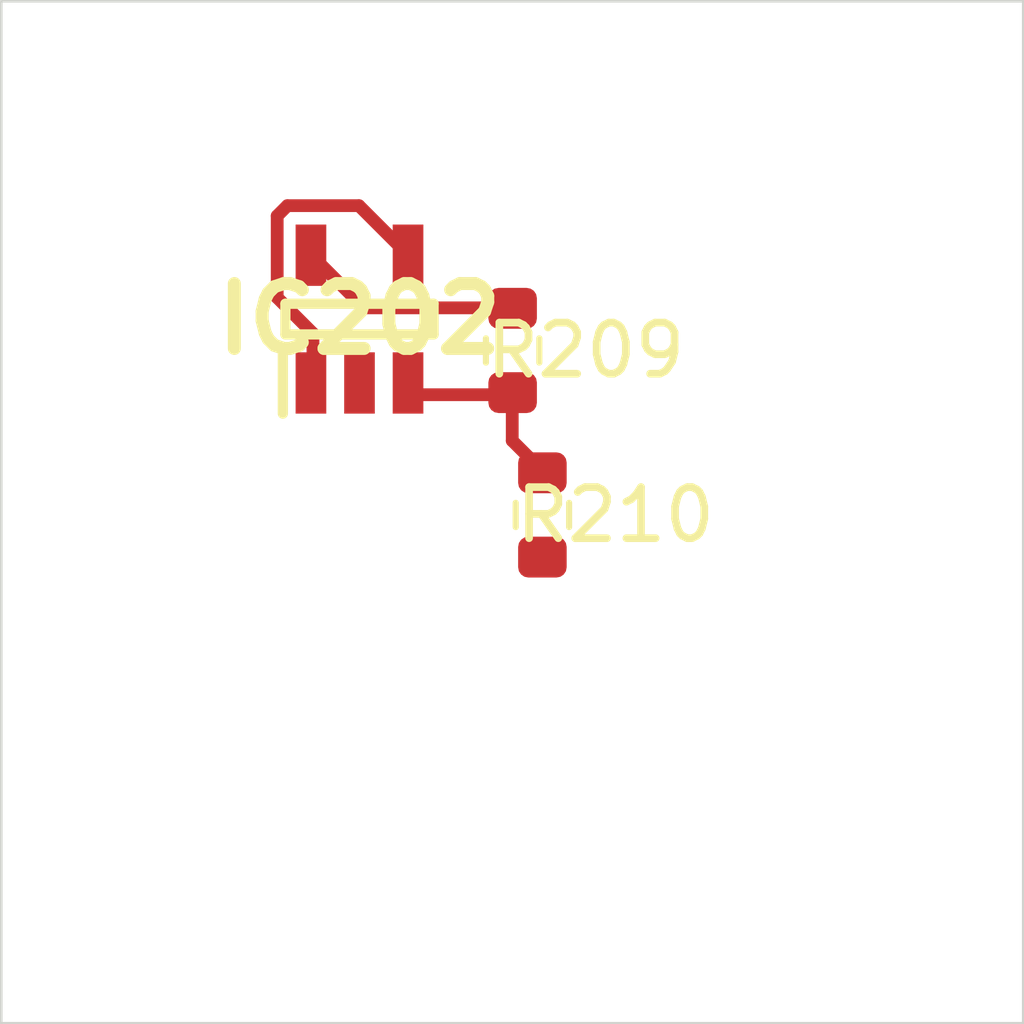
<source format=kicad_pcb>
 ( kicad_pcb  ( version 20171130 )
 ( host pcbnew 5.1.12-84ad8e8a86~92~ubuntu18.04.1 )
 ( general  ( thickness 1.6 )
 ( drawings 4 )
 ( tracks 0 )
 ( zones 0 )
 ( modules 3 )
 ( nets 5 )
)
 ( page A4 )
 ( layers  ( 0 F.Cu signal )
 ( 31 B.Cu signal )
 ( 32 B.Adhes user )
 ( 33 F.Adhes user )
 ( 34 B.Paste user )
 ( 35 F.Paste user )
 ( 36 B.SilkS user )
 ( 37 F.SilkS user )
 ( 38 B.Mask user )
 ( 39 F.Mask user )
 ( 40 Dwgs.User user )
 ( 41 Cmts.User user )
 ( 42 Eco1.User user )
 ( 43 Eco2.User user )
 ( 44 Edge.Cuts user )
 ( 45 Margin user )
 ( 46 B.CrtYd user )
 ( 47 F.CrtYd user )
 ( 48 B.Fab user )
 ( 49 F.Fab user )
)
 ( setup  ( last_trace_width 0.25 )
 ( trace_clearance 0.2 )
 ( zone_clearance 0.508 )
 ( zone_45_only no )
 ( trace_min 0.2 )
 ( via_size 0.8 )
 ( via_drill 0.4 )
 ( via_min_size 0.4 )
 ( via_min_drill 0.3 )
 ( uvia_size 0.3 )
 ( uvia_drill 0.1 )
 ( uvias_allowed no )
 ( uvia_min_size 0.2 )
 ( uvia_min_drill 0.1 )
 ( edge_width 0.05 )
 ( segment_width 0.2 )
 ( pcb_text_width 0.3 )
 ( pcb_text_size 1.5 1.5 )
 ( mod_edge_width 0.12 )
 ( mod_text_size 1 1 )
 ( mod_text_width 0.15 )
 ( pad_size 1.524 1.524 )
 ( pad_drill 0.762 )
 ( pad_to_mask_clearance 0 )
 ( aux_axis_origin 0 0 )
 ( visible_elements FFFFFF7F )
 ( pcbplotparams  ( layerselection 0x010fc_ffffffff )
 ( usegerberextensions false )
 ( usegerberattributes true )
 ( usegerberadvancedattributes true )
 ( creategerberjobfile true )
 ( excludeedgelayer true )
 ( linewidth 0.100000 )
 ( plotframeref false )
 ( viasonmask false )
 ( mode 1 )
 ( useauxorigin false )
 ( hpglpennumber 1 )
 ( hpglpenspeed 20 )
 ( hpglpendiameter 15.000000 )
 ( psnegative false )
 ( psa4output false )
 ( plotreference true )
 ( plotvalue true )
 ( plotinvisibletext false )
 ( padsonsilk false )
 ( subtractmaskfromsilk false )
 ( outputformat 1 )
 ( mirror false )
 ( drillshape 1 )
 ( scaleselection 1 )
 ( outputdirectory "" )
)
)
 ( net 0 "" )
 ( net 1 GND )
 ( net 2 VDDA )
 ( net 3 /Sheet6235D886/vp )
 ( net 4 "Net-(IC202-Pad3)" )
 ( net_class Default "This is the default net class."  ( clearance 0.2 )
 ( trace_width 0.25 )
 ( via_dia 0.8 )
 ( via_drill 0.4 )
 ( uvia_dia 0.3 )
 ( uvia_drill 0.1 )
 ( add_net /Sheet6235D886/vp )
 ( add_net GND )
 ( add_net "Net-(IC202-Pad3)" )
 ( add_net VDDA )
)
 ( module SOT95P280X145-5N locked  ( layer F.Cu )
 ( tedit 62336ED7 )
 ( tstamp 623423ED )
 ( at 87.010600 106.220000 90.000000 )
 ( descr DBV0005A )
 ( tags "Integrated Circuit" )
 ( path /6235D887/6266C08E )
 ( attr smd )
 ( fp_text reference IC202  ( at 0 0 )
 ( layer F.SilkS )
 ( effects  ( font  ( size 1.27 1.27 )
 ( thickness 0.254 )
)
)
)
 ( fp_text value TL071HIDBVR  ( at 0 0 )
 ( layer F.SilkS )
hide  ( effects  ( font  ( size 1.27 1.27 )
 ( thickness 0.254 )
)
)
)
 ( fp_line  ( start -1.85 -1.5 )
 ( end -0.65 -1.5 )
 ( layer F.SilkS )
 ( width 0.2 )
)
 ( fp_line  ( start -0.3 1.45 )
 ( end -0.3 -1.45 )
 ( layer F.SilkS )
 ( width 0.2 )
)
 ( fp_line  ( start 0.3 1.45 )
 ( end -0.3 1.45 )
 ( layer F.SilkS )
 ( width 0.2 )
)
 ( fp_line  ( start 0.3 -1.45 )
 ( end 0.3 1.45 )
 ( layer F.SilkS )
 ( width 0.2 )
)
 ( fp_line  ( start -0.3 -1.45 )
 ( end 0.3 -1.45 )
 ( layer F.SilkS )
 ( width 0.2 )
)
 ( fp_line  ( start -0.8 -0.5 )
 ( end 0.15 -1.45 )
 ( layer Dwgs.User )
 ( width 0.1 )
)
 ( fp_line  ( start -0.8 1.45 )
 ( end -0.8 -1.45 )
 ( layer Dwgs.User )
 ( width 0.1 )
)
 ( fp_line  ( start 0.8 1.45 )
 ( end -0.8 1.45 )
 ( layer Dwgs.User )
 ( width 0.1 )
)
 ( fp_line  ( start 0.8 -1.45 )
 ( end 0.8 1.45 )
 ( layer Dwgs.User )
 ( width 0.1 )
)
 ( fp_line  ( start -0.8 -1.45 )
 ( end 0.8 -1.45 )
 ( layer Dwgs.User )
 ( width 0.1 )
)
 ( fp_line  ( start -2.1 1.775 )
 ( end -2.1 -1.775 )
 ( layer Dwgs.User )
 ( width 0.05 )
)
 ( fp_line  ( start 2.1 1.775 )
 ( end -2.1 1.775 )
 ( layer Dwgs.User )
 ( width 0.05 )
)
 ( fp_line  ( start 2.1 -1.775 )
 ( end 2.1 1.775 )
 ( layer Dwgs.User )
 ( width 0.05 )
)
 ( fp_line  ( start -2.1 -1.775 )
 ( end 2.1 -1.775 )
 ( layer Dwgs.User )
 ( width 0.05 )
)
 ( pad 1 smd rect  ( at -1.25 -0.95 180.000000 )
 ( size 0.6 1.2 )
 ( layers F.Cu F.Mask F.Paste )
 ( net 3 /Sheet6235D886/vp )
)
 ( pad 2 smd rect  ( at -1.25 0 180.000000 )
 ( size 0.6 1.2 )
 ( layers F.Cu F.Mask F.Paste )
 ( net 1 GND )
)
 ( pad 3 smd rect  ( at -1.25 0.95 180.000000 )
 ( size 0.6 1.2 )
 ( layers F.Cu F.Mask F.Paste )
 ( net 4 "Net-(IC202-Pad3)" )
)
 ( pad 4 smd rect  ( at 1.25 0.95 180.000000 )
 ( size 0.6 1.2 )
 ( layers F.Cu F.Mask F.Paste )
 ( net 3 /Sheet6235D886/vp )
)
 ( pad 5 smd rect  ( at 1.25 -0.95 180.000000 )
 ( size 0.6 1.2 )
 ( layers F.Cu F.Mask F.Paste )
 ( net 2 VDDA )
)
)
 ( module Resistor_SMD:R_0603_1608Metric  ( layer F.Cu )
 ( tedit 5F68FEEE )
 ( tstamp 62342595 )
 ( at 90.007700 106.834000 270.000000 )
 ( descr "Resistor SMD 0603 (1608 Metric), square (rectangular) end terminal, IPC_7351 nominal, (Body size source: IPC-SM-782 page 72, https://www.pcb-3d.com/wordpress/wp-content/uploads/ipc-sm-782a_amendment_1_and_2.pdf), generated with kicad-footprint-generator" )
 ( tags resistor )
 ( path /6235D887/623CDBD9 )
 ( attr smd )
 ( fp_text reference R209  ( at 0 -1.43 )
 ( layer F.SilkS )
 ( effects  ( font  ( size 1 1 )
 ( thickness 0.15 )
)
)
)
 ( fp_text value 100k  ( at 0 1.43 )
 ( layer F.Fab )
 ( effects  ( font  ( size 1 1 )
 ( thickness 0.15 )
)
)
)
 ( fp_line  ( start -0.8 0.4125 )
 ( end -0.8 -0.4125 )
 ( layer F.Fab )
 ( width 0.1 )
)
 ( fp_line  ( start -0.8 -0.4125 )
 ( end 0.8 -0.4125 )
 ( layer F.Fab )
 ( width 0.1 )
)
 ( fp_line  ( start 0.8 -0.4125 )
 ( end 0.8 0.4125 )
 ( layer F.Fab )
 ( width 0.1 )
)
 ( fp_line  ( start 0.8 0.4125 )
 ( end -0.8 0.4125 )
 ( layer F.Fab )
 ( width 0.1 )
)
 ( fp_line  ( start -0.237258 -0.5225 )
 ( end 0.237258 -0.5225 )
 ( layer F.SilkS )
 ( width 0.12 )
)
 ( fp_line  ( start -0.237258 0.5225 )
 ( end 0.237258 0.5225 )
 ( layer F.SilkS )
 ( width 0.12 )
)
 ( fp_line  ( start -1.48 0.73 )
 ( end -1.48 -0.73 )
 ( layer F.CrtYd )
 ( width 0.05 )
)
 ( fp_line  ( start -1.48 -0.73 )
 ( end 1.48 -0.73 )
 ( layer F.CrtYd )
 ( width 0.05 )
)
 ( fp_line  ( start 1.48 -0.73 )
 ( end 1.48 0.73 )
 ( layer F.CrtYd )
 ( width 0.05 )
)
 ( fp_line  ( start 1.48 0.73 )
 ( end -1.48 0.73 )
 ( layer F.CrtYd )
 ( width 0.05 )
)
 ( fp_text user %R  ( at 0 0 )
 ( layer F.Fab )
 ( effects  ( font  ( size 0.4 0.4 )
 ( thickness 0.06 )
)
)
)
 ( pad 1 smd roundrect  ( at -0.825 0 270.000000 )
 ( size 0.8 0.95 )
 ( layers F.Cu F.Mask F.Paste )
 ( roundrect_rratio 0.25 )
 ( net 2 VDDA )
)
 ( pad 2 smd roundrect  ( at 0.825 0 270.000000 )
 ( size 0.8 0.95 )
 ( layers F.Cu F.Mask F.Paste )
 ( roundrect_rratio 0.25 )
 ( net 4 "Net-(IC202-Pad3)" )
)
 ( model ${KISYS3DMOD}/Resistor_SMD.3dshapes/R_0603_1608Metric.wrl  ( at  ( xyz 0 0 0 )
)
 ( scale  ( xyz 1 1 1 )
)
 ( rotate  ( xyz 0 0 0 )
)
)
)
 ( module Resistor_SMD:R_0603_1608Metric  ( layer F.Cu )
 ( tedit 5F68FEEE )
 ( tstamp 623425A6 )
 ( at 90.590300 110.053000 270.000000 )
 ( descr "Resistor SMD 0603 (1608 Metric), square (rectangular) end terminal, IPC_7351 nominal, (Body size source: IPC-SM-782 page 72, https://www.pcb-3d.com/wordpress/wp-content/uploads/ipc-sm-782a_amendment_1_and_2.pdf), generated with kicad-footprint-generator" )
 ( tags resistor )
 ( path /6235D887/623CDBDF )
 ( attr smd )
 ( fp_text reference R210  ( at 0 -1.43 )
 ( layer F.SilkS )
 ( effects  ( font  ( size 1 1 )
 ( thickness 0.15 )
)
)
)
 ( fp_text value 100k  ( at 0 1.43 )
 ( layer F.Fab )
 ( effects  ( font  ( size 1 1 )
 ( thickness 0.15 )
)
)
)
 ( fp_line  ( start 1.48 0.73 )
 ( end -1.48 0.73 )
 ( layer F.CrtYd )
 ( width 0.05 )
)
 ( fp_line  ( start 1.48 -0.73 )
 ( end 1.48 0.73 )
 ( layer F.CrtYd )
 ( width 0.05 )
)
 ( fp_line  ( start -1.48 -0.73 )
 ( end 1.48 -0.73 )
 ( layer F.CrtYd )
 ( width 0.05 )
)
 ( fp_line  ( start -1.48 0.73 )
 ( end -1.48 -0.73 )
 ( layer F.CrtYd )
 ( width 0.05 )
)
 ( fp_line  ( start -0.237258 0.5225 )
 ( end 0.237258 0.5225 )
 ( layer F.SilkS )
 ( width 0.12 )
)
 ( fp_line  ( start -0.237258 -0.5225 )
 ( end 0.237258 -0.5225 )
 ( layer F.SilkS )
 ( width 0.12 )
)
 ( fp_line  ( start 0.8 0.4125 )
 ( end -0.8 0.4125 )
 ( layer F.Fab )
 ( width 0.1 )
)
 ( fp_line  ( start 0.8 -0.4125 )
 ( end 0.8 0.4125 )
 ( layer F.Fab )
 ( width 0.1 )
)
 ( fp_line  ( start -0.8 -0.4125 )
 ( end 0.8 -0.4125 )
 ( layer F.Fab )
 ( width 0.1 )
)
 ( fp_line  ( start -0.8 0.4125 )
 ( end -0.8 -0.4125 )
 ( layer F.Fab )
 ( width 0.1 )
)
 ( fp_text user %R  ( at 0 0 )
 ( layer F.Fab )
 ( effects  ( font  ( size 0.4 0.4 )
 ( thickness 0.06 )
)
)
)
 ( pad 2 smd roundrect  ( at 0.825 0 270.000000 )
 ( size 0.8 0.95 )
 ( layers F.Cu F.Mask F.Paste )
 ( roundrect_rratio 0.25 )
 ( net 1 GND )
)
 ( pad 1 smd roundrect  ( at -0.825 0 270.000000 )
 ( size 0.8 0.95 )
 ( layers F.Cu F.Mask F.Paste )
 ( roundrect_rratio 0.25 )
 ( net 4 "Net-(IC202-Pad3)" )
)
 ( model ${KISYS3DMOD}/Resistor_SMD.3dshapes/R_0603_1608Metric.wrl  ( at  ( xyz 0 0 0 )
)
 ( scale  ( xyz 1 1 1 )
)
 ( rotate  ( xyz 0 0 0 )
)
)
)
 ( gr_line  ( start 100 100 )
 ( end 100 120 )
 ( layer Edge.Cuts )
 ( width 0.05 )
 ( tstamp 62E770C4 )
)
 ( gr_line  ( start 80 120 )
 ( end 100 120 )
 ( layer Edge.Cuts )
 ( width 0.05 )
 ( tstamp 62E770C0 )
)
 ( gr_line  ( start 80 100 )
 ( end 100 100 )
 ( layer Edge.Cuts )
 ( width 0.05 )
 ( tstamp 6234110C )
)
 ( gr_line  ( start 80 100 )
 ( end 80 120 )
 ( layer Edge.Cuts )
 ( width 0.05 )
)
 ( segment  ( start 90.000001 106.000002 )
 ( end 87.100001 106.000002 )
 ( width 0.250000 )
 ( layer F.Cu )
 ( net 2 )
)
 ( segment  ( start 87.100001 106.000002 )
 ( end 86.100001 105.000002 )
 ( width 0.250000 )
 ( layer F.Cu )
 ( net 2 )
)
 ( segment  ( start 88.000001 105.000002 )
 ( end 87.000001 104.000002 )
 ( width 0.250000 )
 ( layer F.Cu )
 ( net 3 )
)
 ( segment  ( start 87.000001 104.000002 )
 ( end 85.600001 104.000002 )
 ( width 0.250000 )
 ( layer F.Cu )
 ( net 3 )
)
 ( segment  ( start 85.600001 104.000002 )
 ( end 85.400001 104.200002 )
 ( width 0.250000 )
 ( layer F.Cu )
 ( net 3 )
)
 ( segment  ( start 85.400001 104.200002 )
 ( end 85.400001 105.800002 )
 ( width 0.250000 )
 ( layer F.Cu )
 ( net 3 )
)
 ( segment  ( start 85.400001 105.800002 )
 ( end 86.100001 106.500002 )
 ( width 0.250000 )
 ( layer F.Cu )
 ( net 3 )
)
 ( segment  ( start 86.100001 106.500002 )
 ( end 86.100001 107.500002 )
 ( width 0.250000 )
 ( layer F.Cu )
 ( net 3 )
)
 ( segment  ( start 90.000001 107.700002 )
 ( end 88.200001 107.700002 )
 ( width 0.250000 )
 ( layer F.Cu )
 ( net 4 )
)
 ( segment  ( start 88.200001 107.700002 )
 ( end 88.000001 107.500002 )
 ( width 0.250000 )
 ( layer F.Cu )
 ( net 4 )
)
 ( segment  ( start 90.600001 109.200002 )
 ( end 90.000001 108.600002 )
 ( width 0.250000 )
 ( layer F.Cu )
 ( net 4 )
)
 ( segment  ( start 90.000001 108.600002 )
 ( end 90.000001 107.700002 )
 ( width 0.250000 )
 ( layer F.Cu )
 ( net 4 )
)
)

</source>
